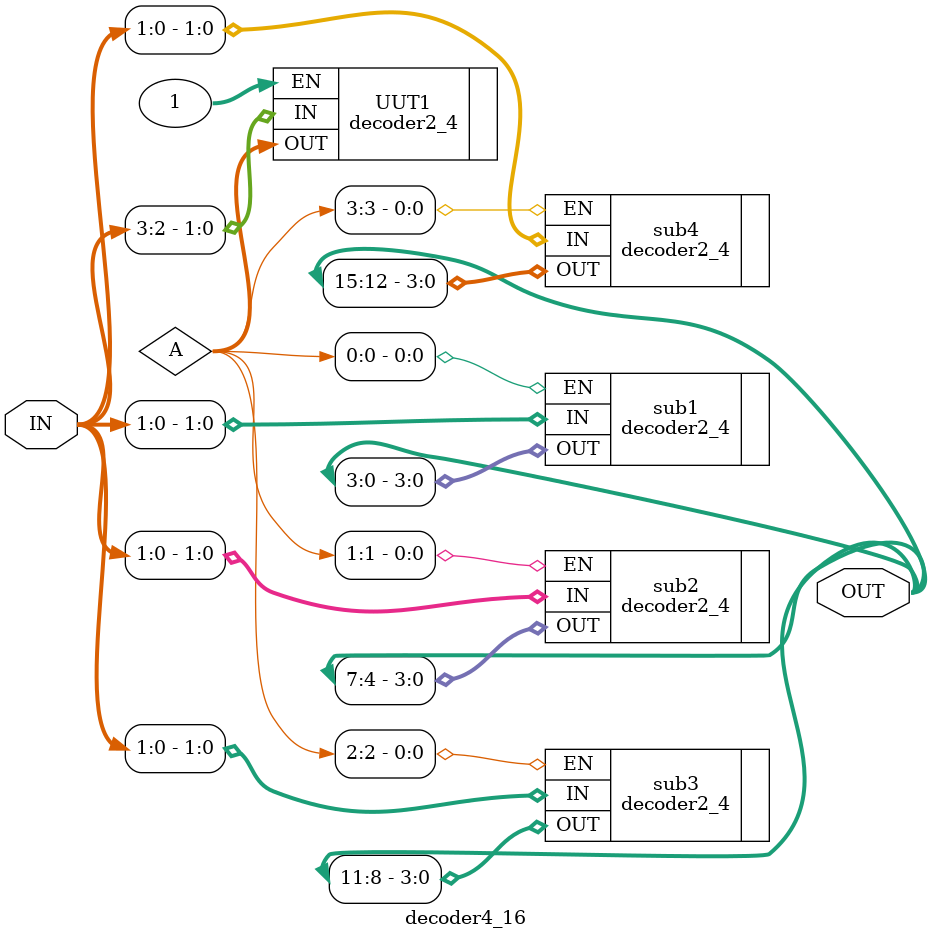
<source format=v>
module decoder4_16(
    input [3:0] IN,
    output [15:0] OUT
    );
    wire [3:0] A;
    decoder2_4 UUT1(.EN(1),.IN({IN[3],IN[2]}),.OUT({A}));
    
    decoder2_4 sub1(.EN(A[0]),.IN({IN[1],IN[0]}),.OUT(OUT[3:0]));
    decoder2_4 sub2(.EN(A[1]),.IN({IN[1],IN[0]}),.OUT(OUT[7:4]));
    decoder2_4 sub3(.EN(A[2]),.IN({IN[1],IN[0]}),.OUT(OUT[11:8]));
    decoder2_4 sub4(.EN(A[3]),.IN({IN[1],IN[0]}),.OUT(OUT[15:12]));
endmodule

</source>
